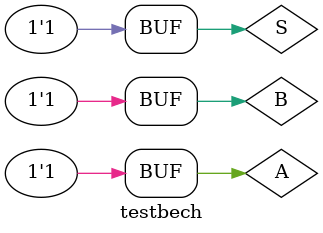
<source format=v>
`timescale 1ns / 1ps


module testbech;
reg A, B, S;
wire Z;

gate_level uut(
            .A(A),
            .B(B),
            .S(S),
            .Z(Z));
            
initial begin
    A = 0; B = 0; S = 0;
        #100
    A = 0; B = 0; S = 1;
        #100
    A = 0; B = 1; S = 0;
        #100
    A = 0; B = 1; S = 1;
        #100
    A = 1; B = 0; S = 0;
        #100
    A = 1; B = 0; S = 1;
        #100
    A = 1; B = 1; S = 0;
        #100
    A = 1; B = 1; S = 1;
        #100;
end
endmodule

</source>
